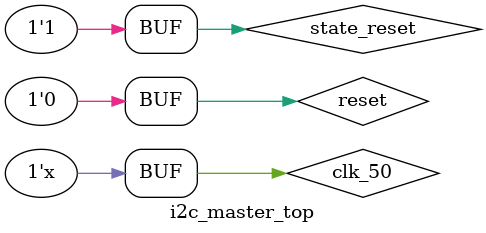
<source format=v>
/* TEST BENCH for I2C MASTER
*/

module i2c_master_top();
wire sda;
wire scl;
reg clk_50;
reg reset;
reg state_reset;



i2c_master i2c_master(sda,scl,clk_50,reset,state_reset);	
//assign sda =(sda_en==1'b0)? 1'bz:sda_slave_in;

initial
begin
	clk_50=0;
	reset=0;
	
	#5 reset =1;
	#2 reset = 0;

	#35 state_reset = 1;
	#3 state_reset =0;
	#1 state_reset =1;
	//#2559
	//#1601 i2c_master.sda_in=1;
	

end
always 
	#5 clk_50=~clk_50;
initial
	$monitor($time, " STATE[%d] SDA[%d]  SCL[%d]",i2c_master.state,sda,scl);

endmodule 
</source>
